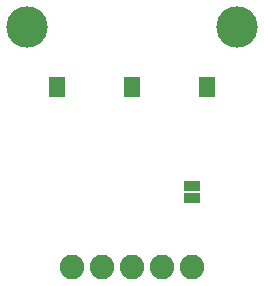
<source format=gbs>
G75*
%MOIN*%
%OFA0B0*%
%FSLAX25Y25*%
%IPPOS*%
%LPD*%
%AMOC8*
5,1,8,0,0,1.08239X$1,22.5*
%
%ADD10C,0.08200*%
%ADD11R,0.05800X0.03300*%
%ADD12C,0.13800*%
D10*
X0138333Y0045000D03*
X0148333Y0045000D03*
X0158333Y0045000D03*
X0168333Y0045000D03*
X0178333Y0045000D03*
D11*
X0178333Y0068000D03*
X0178333Y0072000D03*
X0183333Y0103400D03*
X0183333Y0106600D03*
X0158333Y0106600D03*
X0158333Y0103400D03*
X0133333Y0103400D03*
X0133333Y0106600D03*
D12*
X0123333Y0125000D03*
X0193333Y0125000D03*
M02*

</source>
